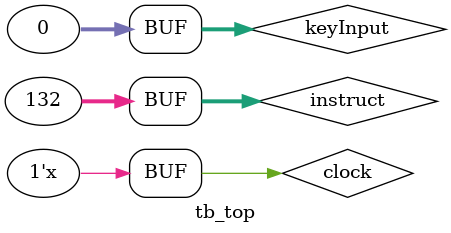
<source format=v>
`timescale 1ns / 1ps


module tb_top();

reg clock = 0;
reg [31:0] instruct = 0;
reg [31:0] keyInput = 0;
wire [31:0] out;

top_module dut(
    .clock(clock),
    .instruct(instruct),
	.keyInput(keyInput),
    .out(out)
    );

always begin
    #5;
    clock = ~clock;
end

initial begin
    keyInput = 32'h00000000;
	instruct = 32'h40000003;
	#20;
	instruct = 32'h84;
end
endmodule

</source>
